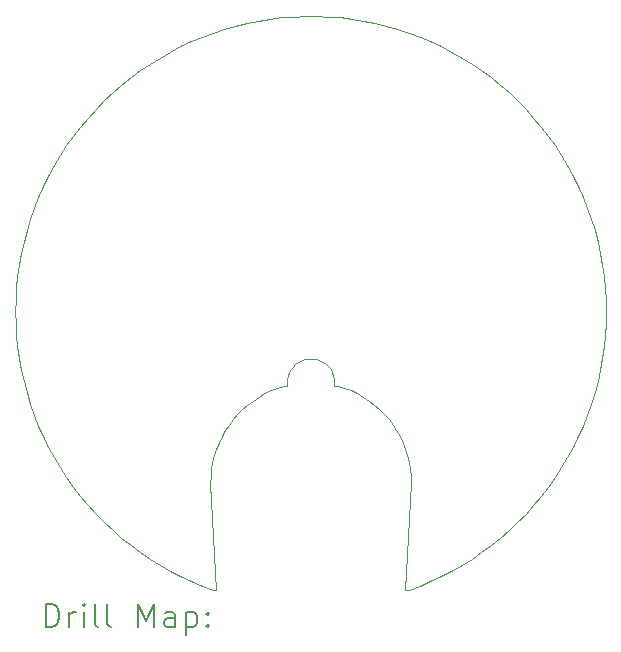
<source format=gbr>
%TF.GenerationSoftware,KiCad,Pcbnew,9.0.0*%
%TF.CreationDate,2025-02-26T13:31:05-06:00*%
%TF.ProjectId,internal,696e7465-726e-4616-9c2e-6b696361645f,rev?*%
%TF.SameCoordinates,Original*%
%TF.FileFunction,Drillmap*%
%TF.FilePolarity,Positive*%
%FSLAX45Y45*%
G04 Gerber Fmt 4.5, Leading zero omitted, Abs format (unit mm)*
G04 Created by KiCad (PCBNEW 9.0.0) date 2025-02-26 13:31:05*
%MOMM*%
%LPD*%
G01*
G04 APERTURE LIST*
%ADD10C,0.100000*%
%ADD11C,0.200000*%
G04 APERTURE END LIST*
D10*
X10149038Y-7504446D02*
X10248135Y-7512345D01*
X10346839Y-7524176D01*
X10444995Y-7539923D01*
X10542447Y-7559559D01*
X10639042Y-7583054D01*
X10734626Y-7610371D01*
X10829048Y-7641467D01*
X10922160Y-7676291D01*
X11013813Y-7714790D01*
X11103864Y-7756903D01*
X11192169Y-7802562D01*
X11278589Y-7851696D01*
X11362987Y-7904226D01*
X11445230Y-7960071D01*
X11525188Y-8019141D01*
X11602734Y-8081343D01*
X11677746Y-8146579D01*
X11750105Y-8214746D01*
X11819697Y-8285735D01*
X11886412Y-8359436D01*
X11950143Y-8435730D01*
X12010791Y-8514497D01*
X12068260Y-8595614D01*
X12122458Y-8678951D01*
X12173301Y-8764377D01*
X12220706Y-8851757D01*
X12264601Y-8940952D01*
X12304915Y-9031822D01*
X12341584Y-9124223D01*
X12374550Y-9218009D01*
X12403762Y-9313031D01*
X12429173Y-9409139D01*
X12450743Y-9506182D01*
X12468438Y-9604005D01*
X12482230Y-9702455D01*
X12492097Y-9801375D01*
X12498023Y-9900609D01*
X12500000Y-10000000D01*
X12498023Y-10099391D01*
X12492097Y-10198625D01*
X12482230Y-10297546D01*
X12468438Y-10395995D01*
X12450743Y-10493819D01*
X12429173Y-10590861D01*
X12403762Y-10686969D01*
X12374550Y-10781992D01*
X12341584Y-10875777D01*
X12304915Y-10968178D01*
X12264601Y-11059048D01*
X12220706Y-11148243D01*
X12173301Y-11235623D01*
X12122458Y-11321049D01*
X12068260Y-11404386D01*
X12010791Y-11485503D01*
X11950143Y-11564270D01*
X11886412Y-11640564D01*
X11819697Y-11714264D01*
X11750105Y-11785254D01*
X11677746Y-11853421D01*
X11602734Y-11918657D01*
X11525188Y-11980859D01*
X11445230Y-12039929D01*
X11362987Y-12095773D01*
X11278589Y-12148304D01*
X11192169Y-12197438D01*
X11103864Y-12243097D01*
X11013813Y-12285209D01*
X10922160Y-12323708D01*
X10829048Y-12358533D01*
X10800000Y-12360000D01*
X10850000Y-11450000D01*
X10848019Y-11391994D01*
X10842083Y-11334258D01*
X10832222Y-11277062D01*
X10818480Y-11220673D01*
X10800922Y-11165352D01*
X10779630Y-11111359D01*
X10754702Y-11058945D01*
X10726257Y-11008354D01*
X10694424Y-10959822D01*
X10659355Y-10913575D01*
X10621211Y-10869830D01*
X10580170Y-10828789D01*
X10536425Y-10790645D01*
X10490178Y-10755576D01*
X10441646Y-10723744D01*
X10391055Y-10695298D01*
X10338641Y-10670370D01*
X10284648Y-10649078D01*
X10229327Y-10631520D01*
X10200000Y-10628463D01*
X10200000Y-10600000D01*
X10197964Y-10571537D01*
X10191899Y-10543654D01*
X10181926Y-10516917D01*
X10168251Y-10491872D01*
X10151150Y-10469028D01*
X10130972Y-10448850D01*
X10108128Y-10431749D01*
X10083083Y-10418074D01*
X10056347Y-10408101D01*
X10028463Y-10402036D01*
X10000000Y-10400000D01*
X9971537Y-10402036D01*
X9943654Y-10408101D01*
X9916917Y-10418074D01*
X9891872Y-10431749D01*
X9869028Y-10448850D01*
X9848850Y-10469028D01*
X9831749Y-10491872D01*
X9818074Y-10516917D01*
X9808101Y-10543654D01*
X9802036Y-10571537D01*
X9800000Y-10600000D01*
X9800000Y-10628463D01*
X9770673Y-10631520D01*
X9715352Y-10649078D01*
X9661359Y-10670370D01*
X9608945Y-10695298D01*
X9558354Y-10723744D01*
X9509822Y-10755576D01*
X9463575Y-10790645D01*
X9419830Y-10828789D01*
X9378789Y-10869830D01*
X9340645Y-10913575D01*
X9305576Y-10959822D01*
X9273744Y-11008354D01*
X9245298Y-11058945D01*
X9220370Y-11111359D01*
X9199078Y-11165352D01*
X9181520Y-11220673D01*
X9167779Y-11277062D01*
X9157917Y-11334258D01*
X9151982Y-11391994D01*
X9150000Y-11450000D01*
X9200000Y-12360000D01*
X9170952Y-12358533D01*
X9077840Y-12323708D01*
X8986187Y-12285209D01*
X8896136Y-12243097D01*
X8807831Y-12197438D01*
X8721411Y-12148304D01*
X8637013Y-12095773D01*
X8554770Y-12039929D01*
X8474812Y-11980859D01*
X8397266Y-11918657D01*
X8322254Y-11853421D01*
X8249895Y-11785254D01*
X8180303Y-11714264D01*
X8113588Y-11640564D01*
X8049857Y-11564270D01*
X7989209Y-11485503D01*
X7931740Y-11404386D01*
X7877542Y-11321049D01*
X7826699Y-11235623D01*
X7779293Y-11148243D01*
X7735399Y-11059048D01*
X7695085Y-10968178D01*
X7658416Y-10875777D01*
X7625450Y-10781992D01*
X7596238Y-10686969D01*
X7570827Y-10590861D01*
X7549257Y-10493819D01*
X7531562Y-10395995D01*
X7517770Y-10297546D01*
X7507903Y-10198625D01*
X7501976Y-10099391D01*
X7500000Y-10000000D01*
X7501976Y-9900609D01*
X7507903Y-9801375D01*
X7517770Y-9702455D01*
X7531562Y-9604005D01*
X7549257Y-9506182D01*
X7570827Y-9409139D01*
X7596238Y-9313031D01*
X7625450Y-9218009D01*
X7658416Y-9124223D01*
X7695085Y-9031822D01*
X7735399Y-8940952D01*
X7779293Y-8851757D01*
X7826699Y-8764377D01*
X7877542Y-8678951D01*
X7931740Y-8595614D01*
X7989209Y-8514497D01*
X8049857Y-8435730D01*
X8113588Y-8359436D01*
X8180303Y-8285735D01*
X8249895Y-8214746D01*
X8322254Y-8146579D01*
X8397266Y-8081343D01*
X8474812Y-8019141D01*
X8554770Y-7960071D01*
X8637013Y-7904226D01*
X8721411Y-7851696D01*
X8807831Y-7802562D01*
X8896136Y-7756903D01*
X8986187Y-7714790D01*
X9077840Y-7676291D01*
X9170952Y-7641467D01*
X9265374Y-7610371D01*
X9360958Y-7583054D01*
X9457553Y-7559559D01*
X9555005Y-7539923D01*
X9653161Y-7524176D01*
X9751866Y-7512345D01*
X9850962Y-7504446D01*
X9950295Y-7500494D01*
X10049706Y-7500494D01*
X10149038Y-7504446D01*
D11*
X7755777Y-12676484D02*
X7755777Y-12476484D01*
X7755777Y-12476484D02*
X7803396Y-12476484D01*
X7803396Y-12476484D02*
X7831967Y-12486008D01*
X7831967Y-12486008D02*
X7851015Y-12505055D01*
X7851015Y-12505055D02*
X7860539Y-12524103D01*
X7860539Y-12524103D02*
X7870062Y-12562198D01*
X7870062Y-12562198D02*
X7870062Y-12590769D01*
X7870062Y-12590769D02*
X7860539Y-12628865D01*
X7860539Y-12628865D02*
X7851015Y-12647912D01*
X7851015Y-12647912D02*
X7831967Y-12666960D01*
X7831967Y-12666960D02*
X7803396Y-12676484D01*
X7803396Y-12676484D02*
X7755777Y-12676484D01*
X7955777Y-12676484D02*
X7955777Y-12543150D01*
X7955777Y-12581246D02*
X7965301Y-12562198D01*
X7965301Y-12562198D02*
X7974824Y-12552674D01*
X7974824Y-12552674D02*
X7993872Y-12543150D01*
X7993872Y-12543150D02*
X8012920Y-12543150D01*
X8079586Y-12676484D02*
X8079586Y-12543150D01*
X8079586Y-12476484D02*
X8070062Y-12486008D01*
X8070062Y-12486008D02*
X8079586Y-12495531D01*
X8079586Y-12495531D02*
X8089110Y-12486008D01*
X8089110Y-12486008D02*
X8079586Y-12476484D01*
X8079586Y-12476484D02*
X8079586Y-12495531D01*
X8203396Y-12676484D02*
X8184348Y-12666960D01*
X8184348Y-12666960D02*
X8174824Y-12647912D01*
X8174824Y-12647912D02*
X8174824Y-12476484D01*
X8308158Y-12676484D02*
X8289110Y-12666960D01*
X8289110Y-12666960D02*
X8279586Y-12647912D01*
X8279586Y-12647912D02*
X8279586Y-12476484D01*
X8536729Y-12676484D02*
X8536729Y-12476484D01*
X8536729Y-12476484D02*
X8603396Y-12619341D01*
X8603396Y-12619341D02*
X8670063Y-12476484D01*
X8670063Y-12476484D02*
X8670063Y-12676484D01*
X8851015Y-12676484D02*
X8851015Y-12571722D01*
X8851015Y-12571722D02*
X8841491Y-12552674D01*
X8841491Y-12552674D02*
X8822444Y-12543150D01*
X8822444Y-12543150D02*
X8784348Y-12543150D01*
X8784348Y-12543150D02*
X8765301Y-12552674D01*
X8851015Y-12666960D02*
X8831967Y-12676484D01*
X8831967Y-12676484D02*
X8784348Y-12676484D01*
X8784348Y-12676484D02*
X8765301Y-12666960D01*
X8765301Y-12666960D02*
X8755777Y-12647912D01*
X8755777Y-12647912D02*
X8755777Y-12628865D01*
X8755777Y-12628865D02*
X8765301Y-12609817D01*
X8765301Y-12609817D02*
X8784348Y-12600293D01*
X8784348Y-12600293D02*
X8831967Y-12600293D01*
X8831967Y-12600293D02*
X8851015Y-12590769D01*
X8946253Y-12543150D02*
X8946253Y-12743150D01*
X8946253Y-12552674D02*
X8965301Y-12543150D01*
X8965301Y-12543150D02*
X9003396Y-12543150D01*
X9003396Y-12543150D02*
X9022444Y-12552674D01*
X9022444Y-12552674D02*
X9031967Y-12562198D01*
X9031967Y-12562198D02*
X9041491Y-12581246D01*
X9041491Y-12581246D02*
X9041491Y-12638388D01*
X9041491Y-12638388D02*
X9031967Y-12657436D01*
X9031967Y-12657436D02*
X9022444Y-12666960D01*
X9022444Y-12666960D02*
X9003396Y-12676484D01*
X9003396Y-12676484D02*
X8965301Y-12676484D01*
X8965301Y-12676484D02*
X8946253Y-12666960D01*
X9127205Y-12657436D02*
X9136729Y-12666960D01*
X9136729Y-12666960D02*
X9127205Y-12676484D01*
X9127205Y-12676484D02*
X9117682Y-12666960D01*
X9117682Y-12666960D02*
X9127205Y-12657436D01*
X9127205Y-12657436D02*
X9127205Y-12676484D01*
X9127205Y-12552674D02*
X9136729Y-12562198D01*
X9136729Y-12562198D02*
X9127205Y-12571722D01*
X9127205Y-12571722D02*
X9117682Y-12562198D01*
X9117682Y-12562198D02*
X9127205Y-12552674D01*
X9127205Y-12552674D02*
X9127205Y-12571722D01*
M02*

</source>
